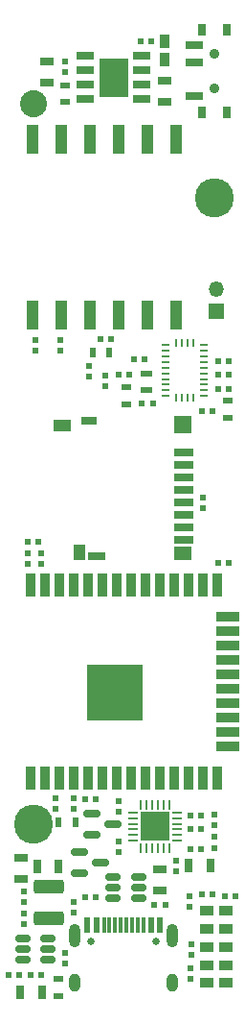
<source format=gts>
G04 #@! TF.GenerationSoftware,KiCad,Pcbnew,6.0.2+dfsg-1*
G04 #@! TF.CreationDate,2022-06-20T13:27:44+02:00*
G04 #@! TF.ProjectId,trainlog,74726169-6e6c-46f6-972e-6b696361645f,rev?*
G04 #@! TF.SameCoordinates,Original*
G04 #@! TF.FileFunction,Soldermask,Top*
G04 #@! TF.FilePolarity,Negative*
%FSLAX46Y46*%
G04 Gerber Fmt 4.6, Leading zero omitted, Abs format (unit mm)*
G04 Created by KiCad (PCBNEW 6.0.2+dfsg-1) date 2022-06-20 13:27:44*
%MOMM*%
%LPD*%
G01*
G04 APERTURE LIST*
G04 Aperture macros list*
%AMRoundRect*
0 Rectangle with rounded corners*
0 $1 Rounding radius*
0 $2 $3 $4 $5 $6 $7 $8 $9 X,Y pos of 4 corners*
0 Add a 4 corners polygon primitive as box body*
4,1,4,$2,$3,$4,$5,$6,$7,$8,$9,$2,$3,0*
0 Add four circle primitives for the rounded corners*
1,1,$1+$1,$2,$3*
1,1,$1+$1,$4,$5*
1,1,$1+$1,$6,$7*
1,1,$1+$1,$8,$9*
0 Add four rect primitives between the rounded corners*
20,1,$1+$1,$2,$3,$4,$5,0*
20,1,$1+$1,$4,$5,$6,$7,0*
20,1,$1+$1,$6,$7,$8,$9,0*
20,1,$1+$1,$8,$9,$2,$3,0*%
G04 Aperture macros list end*
%ADD10C,0.650000*%
%ADD11R,0.600000X1.450000*%
%ADD12R,0.300000X1.450000*%
%ADD13O,1.000000X2.100000*%
%ADD14O,1.000000X1.600000*%
%ADD15R,1.000000X2.500000*%
%ADD16R,0.500000X0.600000*%
%ADD17R,1.750000X0.700000*%
%ADD18R,1.000000X1.450000*%
%ADD19R,1.550000X1.000000*%
%ADD20R,1.400000X0.800000*%
%ADD21R,1.500000X1.300000*%
%ADD22R,1.500000X0.800000*%
%ADD23R,1.500000X1.500000*%
%ADD24R,1.225000X0.850000*%
%ADD25R,0.600000X0.500000*%
%ADD26R,0.700000X1.300000*%
%ADD27R,1.300000X0.700000*%
%ADD28R,0.675000X0.254000*%
%ADD29R,0.254000X0.675000*%
%ADD30R,1.100000X0.600000*%
%ADD31RoundRect,0.062500X0.062500X-0.350000X0.062500X0.350000X-0.062500X0.350000X-0.062500X-0.350000X0*%
%ADD32RoundRect,0.062500X0.350000X-0.062500X0.350000X0.062500X-0.350000X0.062500X-0.350000X-0.062500X0*%
%ADD33R,2.600000X2.600000*%
%ADD34R,0.600000X0.900000*%
%ADD35R,0.850000X1.225000*%
%ADD36R,0.900000X0.600000*%
%ADD37R,0.800000X1.000000*%
%ADD38C,0.900000*%
%ADD39R,1.500000X0.700000*%
%ADD40RoundRect,0.150000X-0.587500X-0.150000X0.587500X-0.150000X0.587500X0.150000X-0.587500X0.150000X0*%
%ADD41RoundRect,0.150000X0.512500X0.150000X-0.512500X0.150000X-0.512500X-0.150000X0.512500X-0.150000X0*%
%ADD42R,1.505000X0.802000*%
%ADD43R,2.613000X3.502000*%
%ADD44RoundRect,0.150000X-0.512500X-0.150000X0.512500X-0.150000X0.512500X0.150000X-0.512500X0.150000X0*%
%ADD45R,0.900000X2.000000*%
%ADD46R,2.000000X0.900000*%
%ADD47R,5.000000X5.000000*%
%ADD48R,1.350000X1.350000*%
%ADD49O,1.350000X1.350000*%
%ADD50RoundRect,0.250000X1.075000X-0.375000X1.075000X0.375000X-1.075000X0.375000X-1.075000X-0.375000X0*%
%ADD51C,2.390000*%
%ADD52C,3.450000*%
G04 APERTURE END LIST*
D10*
G04 #@! TO.C,J1*
X97110000Y-137922500D03*
X102890000Y-137922500D03*
D11*
X96800000Y-136477500D03*
X97600000Y-136477500D03*
D12*
X98750000Y-136477500D03*
X99750000Y-136477500D03*
X100250000Y-136477500D03*
X101250000Y-136477500D03*
D11*
X97600000Y-136477500D03*
X96800000Y-136477500D03*
X103200000Y-136477500D03*
X102400000Y-136477500D03*
D12*
X101750000Y-136477500D03*
X100750000Y-136477500D03*
X99250000Y-136477500D03*
X98250000Y-136477500D03*
D11*
X102400000Y-136477500D03*
X103200000Y-136477500D03*
D13*
X95680000Y-137392500D03*
D14*
X104320000Y-141572500D03*
X95680000Y-141572500D03*
D13*
X104320000Y-137392500D03*
G04 #@! TD*
D15*
G04 #@! TO.C,U5*
X91950000Y-82750000D03*
X94490000Y-82750000D03*
X97030000Y-82750000D03*
X99570000Y-82750000D03*
X102110000Y-82750000D03*
X104650000Y-82750000D03*
X104650000Y-67250000D03*
X102110000Y-67250000D03*
X99570000Y-67250000D03*
X97030000Y-67250000D03*
X94490000Y-67250000D03*
X91950000Y-67250000D03*
G04 #@! TD*
D16*
G04 #@! TO.C,R10*
X101530000Y-58600000D03*
X102470000Y-58600000D03*
G04 #@! TD*
G04 #@! TO.C,R6*
X105930000Y-126800000D03*
X106870000Y-126800000D03*
G04 #@! TD*
D17*
G04 #@! TO.C,J2*
X105350000Y-94825000D03*
X105350000Y-95925000D03*
X105350000Y-97025000D03*
X105350000Y-98125000D03*
X105350000Y-99225000D03*
X105350000Y-100325000D03*
X105350000Y-101425000D03*
X105350000Y-102525000D03*
D18*
X96125000Y-103650000D03*
D19*
X94550000Y-92425000D03*
D20*
X96975000Y-92025000D03*
D21*
X105225000Y-103725000D03*
D22*
X97625000Y-103975000D03*
D23*
X105225000Y-92375000D03*
G04 #@! TD*
D24*
G04 #@! TO.C,D2*
X109012500Y-135200000D03*
X107387500Y-135200000D03*
G04 #@! TD*
D25*
G04 #@! TO.C,C3*
X104600000Y-130830000D03*
X104600000Y-131770000D03*
G04 #@! TD*
D26*
G04 #@! TO.C,C1*
X105750000Y-131200000D03*
X107650000Y-131200000D03*
G04 #@! TD*
D16*
G04 #@! TO.C,R2*
X102730000Y-134700000D03*
X103670000Y-134700000D03*
G04 #@! TD*
D27*
G04 #@! TO.C,C4*
X103200000Y-131550000D03*
X103200000Y-133450000D03*
G04 #@! TD*
D16*
G04 #@! TO.C,R15*
X107870000Y-133800000D03*
X106930000Y-133800000D03*
G04 #@! TD*
D28*
G04 #@! TO.C,U6*
X103737500Y-89850000D03*
D29*
X104650000Y-89987500D03*
X105150000Y-89987500D03*
X105650000Y-89987500D03*
X106150000Y-89987500D03*
D28*
X107062500Y-89850000D03*
X107062500Y-89350000D03*
X107062500Y-88850000D03*
X107062500Y-88350000D03*
X107062500Y-87850000D03*
X107062500Y-87350000D03*
X107062500Y-86850000D03*
X107062500Y-86350000D03*
X107062500Y-85850000D03*
X107062500Y-85350000D03*
D29*
X106150000Y-85212500D03*
X105650000Y-85212500D03*
X105150000Y-85212500D03*
X104650000Y-85212500D03*
D28*
X103737500Y-85350000D03*
X103737500Y-85850000D03*
X103737500Y-86350000D03*
X103737500Y-86850000D03*
X103737500Y-87350000D03*
X103737500Y-87850000D03*
X103737500Y-88350000D03*
X103737500Y-88850000D03*
X103737500Y-89350000D03*
G04 #@! TD*
D24*
G04 #@! TO.C,D5*
X109012500Y-140000000D03*
X107387500Y-140000000D03*
G04 #@! TD*
D27*
G04 #@! TO.C,C26*
X90900000Y-132450000D03*
X90900000Y-130550000D03*
G04 #@! TD*
D16*
G04 #@! TO.C,R1*
X96630000Y-134000000D03*
X97570000Y-134000000D03*
G04 #@! TD*
D25*
G04 #@! TO.C,R19*
X98400000Y-88080000D03*
X98400000Y-89020000D03*
G04 #@! TD*
D16*
G04 #@! TO.C,R22*
X108330000Y-89200000D03*
X109270000Y-89200000D03*
G04 #@! TD*
G04 #@! TO.C,C17*
X102570000Y-90500000D03*
X101630000Y-90500000D03*
G04 #@! TD*
D30*
G04 #@! TO.C,Y2*
X102000000Y-89300000D03*
X102000000Y-87900000D03*
G04 #@! TD*
D16*
G04 #@! TO.C,C14*
X98870000Y-84800000D03*
X97930000Y-84800000D03*
G04 #@! TD*
D25*
G04 #@! TO.C,R20*
X96950000Y-88170000D03*
X96950000Y-87230000D03*
G04 #@! TD*
G04 #@! TO.C,R28*
X99600000Y-126470000D03*
X99600000Y-125530000D03*
G04 #@! TD*
D26*
G04 #@! TO.C,C8*
X92750000Y-142400000D03*
X90850000Y-142400000D03*
G04 #@! TD*
D31*
G04 #@! TO.C,U1*
X101550000Y-129737500D03*
X102050000Y-129737500D03*
X102550000Y-129737500D03*
X103050000Y-129737500D03*
X103550000Y-129737500D03*
X104050000Y-129737500D03*
D32*
X104737500Y-129050000D03*
X104737500Y-128550000D03*
X104737500Y-128050000D03*
X104737500Y-127550000D03*
X104737500Y-127050000D03*
X104737500Y-126550000D03*
D31*
X104050000Y-125862500D03*
X103550000Y-125862500D03*
X103050000Y-125862500D03*
X102550000Y-125862500D03*
X102050000Y-125862500D03*
X101550000Y-125862500D03*
D32*
X100862500Y-126550000D03*
X100862500Y-127050000D03*
X100862500Y-127550000D03*
X100862500Y-128050000D03*
X100862500Y-128550000D03*
X100862500Y-129050000D03*
D33*
X102800000Y-127800000D03*
G04 #@! TD*
D26*
G04 #@! TO.C,C25*
X94250000Y-131300000D03*
X92350000Y-131300000D03*
G04 #@! TD*
D25*
G04 #@! TO.C,R11*
X94800000Y-61270000D03*
X94800000Y-60330000D03*
G04 #@! TD*
D16*
G04 #@! TO.C,R30*
X109270000Y-104600000D03*
X108330000Y-104600000D03*
G04 #@! TD*
D34*
G04 #@! TO.C,C9*
X95750000Y-127400000D03*
X94250000Y-127400000D03*
G04 #@! TD*
D35*
G04 #@! TO.C,D1*
X103600000Y-60212500D03*
X103600000Y-58587500D03*
G04 #@! TD*
D27*
G04 #@! TO.C,C11*
X103600000Y-63950000D03*
X103600000Y-62050000D03*
G04 #@! TD*
D16*
G04 #@! TO.C,C19*
X108330000Y-88000000D03*
X109270000Y-88000000D03*
G04 #@! TD*
D25*
G04 #@! TO.C,R4*
X108000000Y-128730000D03*
X108000000Y-129670000D03*
G04 #@! TD*
D36*
G04 #@! TO.C,C18*
X100200000Y-90550000D03*
X100200000Y-89050000D03*
G04 #@! TD*
D37*
G04 #@! TO.C,SW1*
X106890000Y-57550000D03*
D38*
X108000000Y-62700000D03*
X108000000Y-59700000D03*
D37*
X109100000Y-64850000D03*
X109100000Y-57550000D03*
X106890000Y-64850000D03*
D39*
X106240000Y-63450000D03*
X106240000Y-60450000D03*
X106240000Y-58950000D03*
G04 #@! TD*
D25*
G04 #@! TO.C,R5*
X108000000Y-126730000D03*
X108000000Y-127670000D03*
G04 #@! TD*
G04 #@! TO.C,R25*
X95600000Y-134430000D03*
X95600000Y-135370000D03*
G04 #@! TD*
G04 #@! TO.C,R24*
X94800000Y-138930000D03*
X94800000Y-139870000D03*
G04 #@! TD*
D40*
G04 #@! TO.C,Q2*
X97212500Y-126650000D03*
X97212500Y-128550000D03*
X99087500Y-127600000D03*
G04 #@! TD*
D25*
G04 #@! TO.C,R17*
X106000000Y-138180000D03*
X106000000Y-139120000D03*
G04 #@! TD*
G04 #@! TO.C,C24*
X91200000Y-136370000D03*
X91200000Y-135430000D03*
G04 #@! TD*
D41*
G04 #@! TO.C,U2*
X101337500Y-134150000D03*
X101337500Y-133200000D03*
X101337500Y-132250000D03*
X99062500Y-132250000D03*
X99062500Y-133200000D03*
X99062500Y-134150000D03*
G04 #@! TD*
D16*
G04 #@! TO.C,C21*
X99530000Y-88000000D03*
X100470000Y-88000000D03*
G04 #@! TD*
D40*
G04 #@! TO.C,Q1*
X96062500Y-130050000D03*
X96062500Y-131950000D03*
X97937500Y-131000000D03*
G04 #@! TD*
D34*
G04 #@! TO.C,C12*
X98750000Y-86000000D03*
X97250000Y-86000000D03*
G04 #@! TD*
D25*
G04 #@! TO.C,R31*
X95600000Y-126270000D03*
X95600000Y-125330000D03*
G04 #@! TD*
D16*
G04 #@! TO.C,R27*
X105930000Y-128000000D03*
X106870000Y-128000000D03*
G04 #@! TD*
G04 #@! TO.C,C2*
X105930000Y-129800000D03*
X106870000Y-129800000D03*
G04 #@! TD*
D42*
G04 #@! TO.C,U3*
X96602500Y-59895000D03*
X96602500Y-61165000D03*
X96602500Y-62435000D03*
X96602500Y-63705000D03*
X101597500Y-63705000D03*
X101597500Y-62435000D03*
X101597500Y-61165000D03*
X101597500Y-59895000D03*
D43*
X99100000Y-61800000D03*
G04 #@! TD*
D16*
G04 #@! TO.C,C15*
X106930000Y-91200000D03*
X107870000Y-91200000D03*
G04 #@! TD*
G04 #@! TO.C,R26*
X90770000Y-140900000D03*
X89830000Y-140900000D03*
G04 #@! TD*
G04 #@! TO.C,C20*
X100930000Y-86600000D03*
X101870000Y-86600000D03*
G04 #@! TD*
D25*
G04 #@! TO.C,R9*
X92700000Y-104670000D03*
X92700000Y-103730000D03*
G04 #@! TD*
G04 #@! TO.C,R13*
X92200000Y-85870000D03*
X92200000Y-84930000D03*
G04 #@! TD*
D44*
G04 #@! TO.C,U7*
X91062500Y-137650000D03*
X91062500Y-138600000D03*
X91062500Y-139550000D03*
X93337500Y-139550000D03*
X93337500Y-138600000D03*
X93337500Y-137650000D03*
G04 #@! TD*
D25*
G04 #@! TO.C,R18*
X105800000Y-133930000D03*
X105800000Y-134870000D03*
G04 #@! TD*
D16*
G04 #@! TO.C,R7*
X92470000Y-102700000D03*
X91530000Y-102700000D03*
G04 #@! TD*
G04 #@! TO.C,C28*
X96580000Y-125400000D03*
X97520000Y-125400000D03*
G04 #@! TD*
G04 #@! TO.C,R21*
X108330000Y-86800000D03*
X109270000Y-86800000D03*
G04 #@! TD*
G04 #@! TO.C,R14*
X109870000Y-133900000D03*
X108930000Y-133900000D03*
G04 #@! TD*
D25*
G04 #@! TO.C,C10*
X94000000Y-125330000D03*
X94000000Y-126270000D03*
G04 #@! TD*
G04 #@! TO.C,R16*
X105950000Y-140280000D03*
X105950000Y-141220000D03*
G04 #@! TD*
D36*
G04 #@! TO.C,C23*
X94800000Y-63950000D03*
X94800000Y-62450000D03*
G04 #@! TD*
D45*
G04 #@! TO.C,U4*
X91745000Y-123500000D03*
X93015000Y-123500000D03*
X94285000Y-123500000D03*
X95555000Y-123500000D03*
X96825000Y-123500000D03*
X98095000Y-123500000D03*
X99365000Y-123500000D03*
X100635000Y-123500000D03*
X101905000Y-123500000D03*
X103175000Y-123500000D03*
X104445000Y-123500000D03*
X105715000Y-123500000D03*
X106985000Y-123500000D03*
X108255000Y-123500000D03*
D46*
X109255000Y-120715000D03*
X109255000Y-119445000D03*
X109255000Y-118175000D03*
X109255000Y-116905000D03*
X109255000Y-115635000D03*
X109255000Y-114365000D03*
X109255000Y-113095000D03*
X109255000Y-111825000D03*
X109255000Y-110555000D03*
X109255000Y-109285000D03*
D45*
X108255000Y-106500000D03*
X106985000Y-106500000D03*
X105715000Y-106500000D03*
X104445000Y-106500000D03*
X103175000Y-106500000D03*
X101905000Y-106500000D03*
X100635000Y-106500000D03*
X99365000Y-106500000D03*
X98095000Y-106500000D03*
X96825000Y-106500000D03*
X95555000Y-106500000D03*
X94285000Y-106500000D03*
X93015000Y-106500000D03*
X91745000Y-106500000D03*
D47*
X99245000Y-116000000D03*
G04 #@! TD*
D48*
G04 #@! TO.C,J3*
X108200000Y-82400000D03*
D49*
X108200000Y-80400000D03*
G04 #@! TD*
D25*
G04 #@! TO.C,C5*
X107050000Y-98830000D03*
X107050000Y-99770000D03*
G04 #@! TD*
D16*
G04 #@! TO.C,C22*
X92670000Y-140900000D03*
X91730000Y-140900000D03*
G04 #@! TD*
D25*
G04 #@! TO.C,R29*
X99600000Y-130070000D03*
X99600000Y-129130000D03*
G04 #@! TD*
G04 #@! TO.C,R12*
X94400000Y-84930000D03*
X94400000Y-85870000D03*
G04 #@! TD*
D24*
G04 #@! TO.C,D6*
X109012500Y-138400000D03*
X107387500Y-138400000D03*
G04 #@! TD*
D27*
G04 #@! TO.C,C7*
X93200000Y-62250000D03*
X93200000Y-60350000D03*
G04 #@! TD*
D36*
G04 #@! TO.C,C13*
X109200000Y-91750000D03*
X109200000Y-90250000D03*
G04 #@! TD*
D25*
G04 #@! TO.C,R8*
X91550000Y-104670000D03*
X91550000Y-103730000D03*
G04 #@! TD*
G04 #@! TO.C,C27*
X91200000Y-133530000D03*
X91200000Y-134470000D03*
G04 #@! TD*
D36*
G04 #@! TO.C,R23*
X94200000Y-141250000D03*
X94200000Y-142750000D03*
G04 #@! TD*
D24*
G04 #@! TO.C,D3*
X109012500Y-136800000D03*
X107387500Y-136800000D03*
G04 #@! TD*
D50*
G04 #@! TO.C,L1*
X93400000Y-135900000D03*
X93400000Y-133100000D03*
G04 #@! TD*
D24*
G04 #@! TO.C,D4*
X109012500Y-141600000D03*
X107387500Y-141600000D03*
G04 #@! TD*
D51*
G04 #@! TO.C,BT1*
X92000000Y-64070000D03*
D52*
X108000000Y-72400000D03*
X92000000Y-127600000D03*
G04 #@! TD*
M02*

</source>
